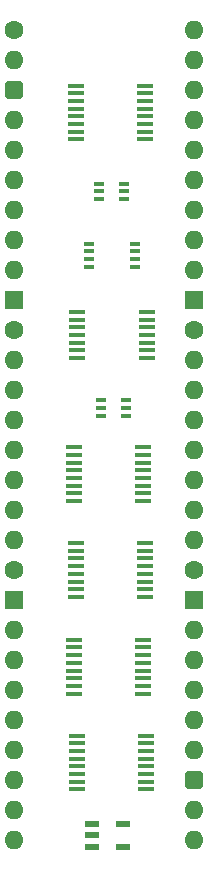
<source format=gts>
%TF.GenerationSoftware,KiCad,Pcbnew,7.0.5*%
%TF.CreationDate,2024-01-27T20:39:39+02:00*%
%TF.ProjectId,HCP65 MPU Address Decode,48435036-3520-44d5-9055-204164647265,rev?*%
%TF.SameCoordinates,Original*%
%TF.FileFunction,Soldermask,Top*%
%TF.FilePolarity,Negative*%
%FSLAX46Y46*%
G04 Gerber Fmt 4.6, Leading zero omitted, Abs format (unit mm)*
G04 Created by KiCad (PCBNEW 7.0.5) date 2024-01-27 20:39:39*
%MOMM*%
%LPD*%
G01*
G04 APERTURE LIST*
G04 Aperture macros list*
%AMRoundRect*
0 Rectangle with rounded corners*
0 $1 Rounding radius*
0 $2 $3 $4 $5 $6 $7 $8 $9 X,Y pos of 4 corners*
0 Add a 4 corners polygon primitive as box body*
4,1,4,$2,$3,$4,$5,$6,$7,$8,$9,$2,$3,0*
0 Add four circle primitives for the rounded corners*
1,1,$1+$1,$2,$3*
1,1,$1+$1,$4,$5*
1,1,$1+$1,$6,$7*
1,1,$1+$1,$8,$9*
0 Add four rect primitives between the rounded corners*
20,1,$1+$1,$2,$3,$4,$5,0*
20,1,$1+$1,$4,$5,$6,$7,0*
20,1,$1+$1,$6,$7,$8,$9,0*
20,1,$1+$1,$8,$9,$2,$3,0*%
G04 Aperture macros list end*
%ADD10R,0.875000X0.450000*%
%ADD11R,1.450000X0.450000*%
%ADD12C,1.600000*%
%ADD13O,1.600000X1.600000*%
%ADD14RoundRect,0.400000X-0.400000X-0.400000X0.400000X-0.400000X0.400000X0.400000X-0.400000X0.400000X0*%
%ADD15R,1.600000X1.600000*%
%ADD16R,1.475000X0.450000*%
%ADD17R,0.950000X0.450000*%
%ADD18R,1.150000X0.600000*%
G04 APERTURE END LIST*
D10*
%TO.C,IC34*%
X93680000Y-102474000D03*
X93680000Y-103124000D03*
X93680000Y-103774000D03*
X95804000Y-103774000D03*
X95804000Y-103124000D03*
X95804000Y-102474000D03*
%TD*%
D11*
%TO.C,IC11*%
X91436000Y-106459813D03*
X91436000Y-107109813D03*
X91436000Y-107759813D03*
X91436000Y-108409813D03*
X91436000Y-109059813D03*
X91436000Y-109709813D03*
X91436000Y-110359813D03*
X91436000Y-111009813D03*
X97286000Y-111009813D03*
X97286000Y-110359813D03*
X97286000Y-109709813D03*
X97286000Y-109059813D03*
X97286000Y-108409813D03*
X97286000Y-107759813D03*
X97286000Y-107109813D03*
X97286000Y-106459813D03*
%TD*%
%TO.C,IC39*%
X91690000Y-130856750D03*
X91690000Y-131506750D03*
X91690000Y-132156750D03*
X91690000Y-132806750D03*
X91690000Y-133456750D03*
X91690000Y-134106750D03*
X91690000Y-134756750D03*
X91690000Y-135406750D03*
X97540000Y-135406750D03*
X97540000Y-134756750D03*
X97540000Y-134106750D03*
X97540000Y-133456750D03*
X97540000Y-132806750D03*
X97540000Y-132156750D03*
X97540000Y-131506750D03*
X97540000Y-130856750D03*
%TD*%
%TO.C,IC38*%
X91436000Y-122751561D03*
X91436000Y-123401561D03*
X91436000Y-124051561D03*
X91436000Y-124701561D03*
X91436000Y-125351561D03*
X91436000Y-126001561D03*
X91436000Y-126651561D03*
X91436000Y-127301561D03*
X97286000Y-127301561D03*
X97286000Y-126651561D03*
X97286000Y-126001561D03*
X97286000Y-125351561D03*
X97286000Y-124701561D03*
X97286000Y-124051561D03*
X97286000Y-123401561D03*
X97286000Y-122751561D03*
%TD*%
D12*
%TO.C,J2*%
X86360000Y-71120000D03*
D13*
X86360000Y-73660000D03*
D14*
X86360000Y-76200000D03*
D13*
X86360000Y-78740000D03*
X86360000Y-81280000D03*
X86360000Y-83820000D03*
X86360000Y-86360000D03*
X86360000Y-88900000D03*
X86360000Y-91440000D03*
D15*
X86360000Y-93980000D03*
D12*
X86360000Y-96520000D03*
D13*
X86360000Y-99060000D03*
X86360000Y-101600000D03*
X86360000Y-104140000D03*
X86360000Y-106680000D03*
X86360000Y-109220000D03*
X86360000Y-111760000D03*
X86360000Y-114300000D03*
D12*
X86360000Y-116840000D03*
D15*
X86360000Y-119380000D03*
D13*
X86360000Y-121920000D03*
X86360000Y-124460000D03*
X86360000Y-127000000D03*
X86360000Y-129540000D03*
X86360000Y-132080000D03*
X86360000Y-134620000D03*
X86360000Y-137160000D03*
X86360000Y-139700000D03*
X101600000Y-139700000D03*
X101600000Y-137160000D03*
D14*
X101600000Y-134620000D03*
D13*
X101600000Y-132080000D03*
X101600000Y-129540000D03*
X101600000Y-127000000D03*
X101600000Y-124460000D03*
X101600000Y-121920000D03*
D15*
X101600000Y-119380000D03*
D12*
X101600000Y-116840000D03*
D13*
X101600000Y-114300000D03*
X101600000Y-111760000D03*
X101600000Y-109220000D03*
X101600000Y-106680000D03*
X101600000Y-104140000D03*
X101600000Y-101600000D03*
X101600000Y-99060000D03*
D12*
X101600000Y-96520000D03*
D15*
X101600000Y-93980000D03*
D13*
X101600000Y-91440000D03*
X101600000Y-88900000D03*
X101600000Y-86360000D03*
X101600000Y-83820000D03*
X101600000Y-81280000D03*
X101600000Y-78740000D03*
X101600000Y-76200000D03*
X101600000Y-73660000D03*
X101600000Y-71120000D03*
%TD*%
D11*
%TO.C,IC16*%
X91563000Y-75830000D03*
X91563000Y-76480000D03*
X91563000Y-77130000D03*
X91563000Y-77780000D03*
X91563000Y-78430000D03*
X91563000Y-79080000D03*
X91563000Y-79730000D03*
X91563000Y-80380000D03*
X97413000Y-80380000D03*
X97413000Y-79730000D03*
X97413000Y-79080000D03*
X97413000Y-78430000D03*
X97413000Y-77780000D03*
X97413000Y-77130000D03*
X97413000Y-76480000D03*
X97413000Y-75830000D03*
%TD*%
D10*
%TO.C,IC1*%
X93553000Y-84136000D03*
X93553000Y-84786000D03*
X93553000Y-85436000D03*
X95677000Y-85436000D03*
X95677000Y-84786000D03*
X95677000Y-84136000D03*
%TD*%
D11*
%TO.C,IC33*%
X91563000Y-114565000D03*
X91563000Y-115215000D03*
X91563000Y-115865000D03*
X91563000Y-116515000D03*
X91563000Y-117165000D03*
X91563000Y-117815000D03*
X91563000Y-118465000D03*
X91563000Y-119115000D03*
X97413000Y-119115000D03*
X97413000Y-118465000D03*
X97413000Y-117815000D03*
X97413000Y-117165000D03*
X97413000Y-116515000D03*
X97413000Y-115865000D03*
X97413000Y-115215000D03*
X97413000Y-114565000D03*
%TD*%
D16*
%TO.C,IC40*%
X91677000Y-94991063D03*
X91677000Y-95641063D03*
X91677000Y-96291063D03*
X91677000Y-96941063D03*
X91677000Y-97591063D03*
X91677000Y-98241063D03*
X91677000Y-98891063D03*
X97553000Y-98891063D03*
X97553000Y-98241063D03*
X97553000Y-97591063D03*
X97553000Y-96941063D03*
X97553000Y-96291063D03*
X97553000Y-95641063D03*
X97553000Y-94991063D03*
%TD*%
D17*
%TO.C,IC37*%
X92640000Y-89217813D03*
X92640000Y-89867813D03*
X92640000Y-90517813D03*
X92640000Y-91167813D03*
X96590000Y-91167813D03*
X96590000Y-90517813D03*
X96590000Y-89867813D03*
X96590000Y-89217813D03*
%TD*%
D18*
%TO.C,IC42*%
X92934000Y-138369000D03*
X92934000Y-139319000D03*
X92934000Y-140269000D03*
X95534000Y-140269000D03*
X95534000Y-138369000D03*
%TD*%
M02*

</source>
